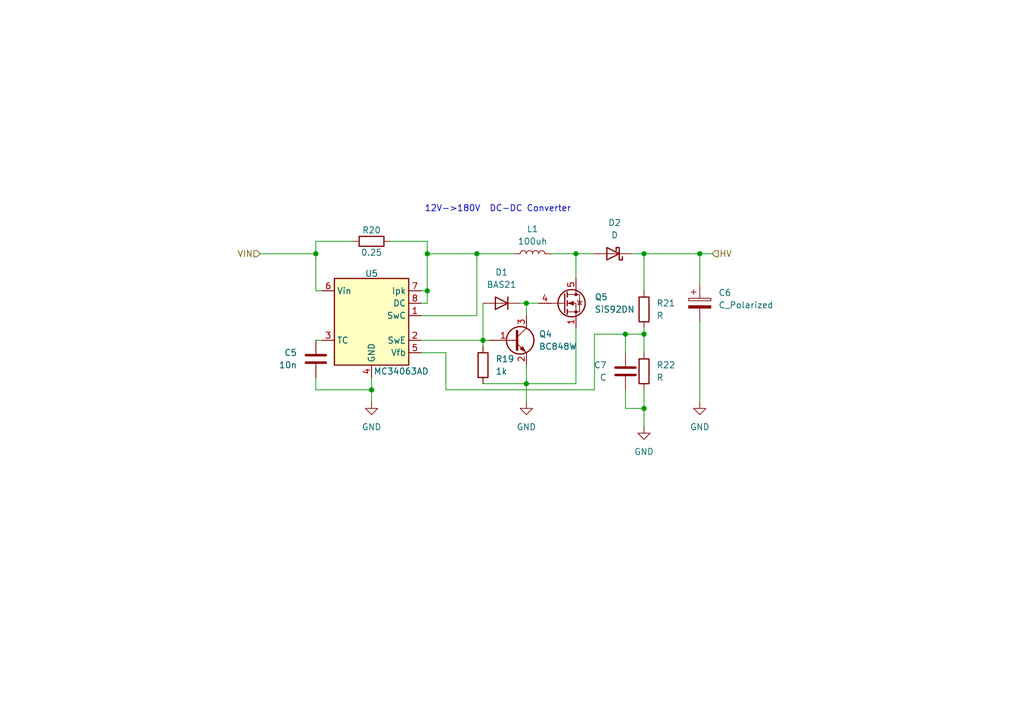
<source format=kicad_sch>
(kicad_sch (version 20250114) (generator "eeschema") (generator_version "9.0")
  (paper "A5")
  (title_block (title "HV Nixie Power Supply") (date "2025-01-12") (rev "1") (company "Foxhood Designs"))
  (lib_symbols
    (symbol "Device:C" (pin_numbers (hide yes)) (pin_names (offset 0.254))
      (property "Reference" "C" (at 0.635 2.54 0))
      (property "Value" "C" (at 0.635 -2.54 0))
      (symbol "C_0_1"
        (polyline (pts (xy -2.032 0.762) (xy 2.032 0.762)) (stroke (width 0.508)))
        (polyline (pts (xy -2.032 -0.762) (xy 2.032 -0.762)) (stroke (width 0.508)))
      )
      (symbol "C_1_1"
        (pin passive line (at 0 3.81 270) (length 2.794) (name "~") (number "1"))
        (pin passive line (at 0 -3.81 90) (length 2.794) (name "~") (number "2"))
      )
    )
    (symbol "Device:C_Polarized" (pin_numbers (hide yes)) (pin_names (offset 0.254))
      (property "Reference" "C" (at 0.635 2.54 0))
      (property "Value" "C_Polarized" (at 0.635 -2.54 0))
      (symbol "C_Polarized_0_1"
        (rectangle (start -2.286 0.508) (end 2.286 1.016))
        (polyline (pts (xy -1.778 2.286) (xy -0.762 2.286)))
        (polyline (pts (xy -1.27 2.794) (xy -1.27 1.778)))
        (rectangle (start 2.286 -0.508) (end -2.286 -1.016) (fill (type outline)))
      )
      (symbol "C_Polarized_1_1"
        (pin passive line (at 0 3.81 270) (length 2.794) (name "~") (number "1"))
        (pin passive line (at 0 -3.81 90) (length 2.794) (name "~") (number "2"))
      )
    )
    (symbol "Device:L" (pin_numbers (hide yes)) (pin_names (offset 1.016) (hide yes))
      (property "Reference" "L" (at -1.27 0 90))
      (property "Value" "L" (at 1.905 0 90))
      (symbol "L_0_1"
        (arc (start 0 2.54) (mid 0.6323 1.905) (end 0 1.27))
        (arc (start 0 1.27) (mid 0.6323 0.635) (end 0 0))
        (arc (start 0 0) (mid 0.6323 -0.635) (end 0 -1.27))
        (arc (start 0 -1.27) (mid 0.6323 -1.905) (end 0 -2.54))
      )
      (symbol "L_1_1"
        (pin passive line (at 0 3.81 270) (length 1.27) (name "1") (number "1"))
        (pin passive line (at 0 -3.81 90) (length 1.27) (name "2") (number "2"))
      )
    )
    (symbol "Device:R" (pin_numbers (hide yes)) (pin_names (offset 0))
      (property "Reference" "R" (at 2.032 0 90))
      (property "Value" "R" (at 0 0 90))
      (symbol "R_0_1"
        (rectangle (start -1.016 -2.54) (end 1.016 2.54) (stroke (width 0.254)))
      )
      (symbol "R_1_1"
        (pin passive line (at 0 3.81 270) (length 1.27) (name "~") (number "1"))
        (pin passive line (at 0 -3.81 90) (length 1.27) (name "~") (number "2"))
      )
    )
    (symbol "Diode:BAS21" (pin_numbers (hide yes)) (pin_names (hide yes))
      (property "Reference" "D" (at 0 2.54 0))
      (property "Value" "BAS21" (at 0 -2.54 0))
      (symbol "BAS21_0_1"
        (polyline (pts (xy -1.27 1.27) (xy -1.27 -1.27)) (stroke (width 0.254)))
        (polyline (pts (xy 1.27 1.27) (xy 1.27 -1.27) (xy -1.27 0) (xy 1.27 1.27)) (stroke (width 0.254)))
        (polyline (pts (xy 1.27 0) (xy -1.27 0)))
      )
      (symbol "BAS21_1_1"
        (pin passive line (at -3.81 0 0) (length 2.54) (name "K") (number "3"))
        (pin no_connect line (at -1.27 0 0) (length 2.54) (hide yes) (name "NC") (number "2"))
        (pin passive line (at 3.81 0 180) (length 2.54) (name "A") (number "1"))
      )
    )
    (symbol "Diode:MBRA340" (pin_numbers (hide yes)) (pin_names (hide yes))
      (property "Reference" "D" (at 0 2.54 0))
      (property "Value" "MBRA340" (at 0 -2.54 0))
      (symbol "MBRA340_0_1"
        (polyline (pts (xy -1.905 0.635) (xy -1.905 1.27) (xy -1.27 1.27) (xy -1.27 -1.27) (xy -0.635 -1.27) (xy -0.635 -0.635)) (stroke (width 0.254)))
        (polyline (pts (xy 1.27 1.27) (xy 1.27 -1.27) (xy -1.27 0) (xy 1.27 1.27)) (stroke (width 0.254)))
        (polyline (pts (xy 1.27 0) (xy -1.27 0)))
      )
      (symbol "MBRA340_1_1"
        (pin passive line (at -3.81 0 0) (length 2.54) (name "K") (number "1"))
        (pin passive line (at 3.81 0 180) (length 2.54) (name "A") (number "2"))
      )
    )
    (symbol "Regulator_Switching:MC34063AD"
      (property "Reference" "U" (at -7.62 8.89 0))
      (property "Value" "MC34063AD" (at 0 8.89 0))
      (symbol "MC34063AD_0_1"
        (rectangle (start -7.62 7.62) (end 7.62 -10.16) (stroke (width 0.254)) (fill (type background)))
      )
      (symbol "MC34063AD_1_1"
        (pin power_in line (at -10.16 5.08 0) (length 2.54) (name "Vin") (number "6"))
        (pin passive line (at -10.16 -5.08 0) (length 2.54) (name "TC") (number "3"))
        (pin power_in line (at 0 -12.7 90) (length 2.54) (name "GND") (number "4"))
        (pin input line (at 10.16 5.08 180) (length 2.54) (name "Ipk") (number "7"))
        (pin open_collector line (at 10.16 2.54 180) (length 2.54) (name "DC") (number "8"))
        (pin open_collector line (at 10.16 0 180) (length 2.54) (name "SwC") (number "1"))
        (pin open_emitter line (at 10.16 -5.08 180) (length 2.54) (name "SwE") (number "2"))
        (pin input line (at 10.16 -7.62 180) (length 2.54) (name "Vfb") (number "5"))
      )
    )
    (symbol "Transistor_BJT:BC848W" (pin_names (offset 0) (hide yes))
      (property "Reference" "Q" (at 5.08 1.905 0))
      (property "Value" "BC848W" (at 5.08 0 0))
      (symbol "BC848W_0_1"
        (polyline (pts (xy 0.635 1.905) (xy 0.635 -1.905) (xy 0.635 -1.905)) (stroke (width 0.508)))
        (polyline (pts (xy 0.635 0.635) (xy 2.54 2.54)))
        (polyline (pts (xy 0.635 -0.635) (xy 2.54 -2.54) (xy 2.54 -2.54)))
        (circle (center 1.27 0) (radius 2.8194) (stroke (width 0.254)))
        (polyline (pts (xy 1.27 -1.778) (xy 1.778 -1.27) (xy 2.286 -2.286) (xy 1.27 -1.778) (xy 1.27 -1.778)) (fill (type outline)))
      )
      (symbol "BC848W_1_1"
        (pin input line (at -5.08 0 0) (length 5.715) (name "B") (number "1"))
        (pin passive line (at 2.54 5.08 270) (length 2.54) (name "C") (number "3"))
        (pin passive line (at 2.54 -5.08 90) (length 2.54) (name "E") (number "2"))
      )
    )
    (symbol "Transistor_FET:SiS454DN" (pin_names (hide yes))
      (property "Reference" "Q" (at 5.08 1.905 0))
      (property "Value" "SiS454DN" (at 5.08 0 0))
      (symbol "SiS454DN_0_1"
        (polyline (pts (xy 0.254 1.905) (xy 0.254 -1.905)) (stroke (width 0.254)))
        (polyline (pts (xy 0.254 0) (xy -2.54 0)))
        (polyline (pts (xy 0.762 2.286) (xy 0.762 1.27)) (stroke (width 0.254)))
        (polyline (pts (xy 0.762 0.508) (xy 0.762 -0.508)) (stroke (width 0.254)))
        (polyline (pts (xy 0.762 -1.27) (xy 0.762 -2.286)) (stroke (width 0.254)))
        (polyline (pts (xy 0.762 -1.778) (xy 3.302 -1.778) (xy 3.302 1.778) (xy 0.762 1.778)))
        (polyline (pts (xy 1.016 0) (xy 2.032 0.381) (xy 2.032 -0.381) (xy 1.016 0)) (fill (type outline)))
        (circle (center 1.651 0) (radius 2.794) (stroke (width 0.254)))
        (polyline (pts (xy 2.54 2.54) (xy 2.54 1.778)))
        (circle (center 2.54 1.778) (radius 0.254) (fill (type outline)))
        (circle (center 2.54 -1.778) (radius 0.254) (fill (type outline)))
        (polyline (pts (xy 2.54 -2.54) (xy 2.54 0) (xy 0.762 0)))
        (polyline (pts (xy 2.794 0.508) (xy 2.921 0.381) (xy 3.683 0.381) (xy 3.81 0.254)))
        (polyline (pts (xy 3.302 0.381) (xy 2.921 -0.254) (xy 3.683 -0.254) (xy 3.302 0.381)))
      )
      (symbol "SiS454DN_1_1"
        (pin input line (at -5.08 0 0) (length 2.54) (name "G") (number "4"))
        (pin passive line (at 2.54 5.08 270) (length 2.54) (name "D") (number "5"))
        (pin passive line (at 2.54 -5.08 90) (length 2.54) (name "S") (number "1"))
        (pin passive line (at 2.54 -5.08 90) (length 2.54) (hide yes) (name "S") (number "2"))
        (pin passive line (at 2.54 -5.08 90) (length 2.54) (hide yes) (name "S") (number "3"))
      )
    )
    (symbol "power:GND" (power) (pin_numbers (hide yes)) (pin_names (offset 0) (hide yes))
      (property "Value" "GND" (at 0 -3.81 0))
      (symbol "GND_0_1"
        (polyline (pts (xy 0 0) (xy 0 -1.27) (xy 1.27 -1.27) (xy 0 -2.54) (xy -1.27 -1.27) (xy 0 -1.27)))
      )
      (symbol "GND_1_1"
        (pin power_in line (at 0 0 270) (length 0) (name "~") (number "1"))
      )
    )
  )
  (text "12V->180V  DC-DC Converter" (at 102.108 42.926 0) (effects (font (size 1.27 1.27))))
  (junction (at 99.06 69.85))
  (junction (at 132.08 83.82))
  (junction (at 118.11 52.07))
  (junction (at 76.2 80.01))
  (junction (at 143.51 52.07))
  (junction (at 107.95 62.23))
  (junction (at 97.79 52.07))
  (junction (at 87.63 52.07))
  (junction (at 107.95 78.74))
  (junction (at 128.27 68.58))
  (junction (at 132.08 52.07))
  (junction (at 64.77 52.07))
  (junction (at 132.08 68.58))
  (junction (at 87.63 59.69))
  (wire (pts (xy 113.03 52.07) (xy 118.11 52.07)))
  (wire (pts (xy 91.44 72.39) (xy 91.44 80.01)))
  (wire (pts (xy 64.77 49.53) (xy 72.39 49.53)))
  (wire (pts (xy 87.63 59.69) (xy 87.63 52.07)))
  (wire (pts (xy 128.27 68.58) (xy 128.27 72.39)))
  (wire (pts (xy 143.51 52.07) (xy 146.05 52.07)))
  (wire (pts (xy 87.63 52.07) (xy 97.79 52.07)))
  (wire (pts (xy 64.77 77.47) (xy 64.77 80.01)))
  (wire (pts (xy 107.95 62.23) (xy 110.49 62.23)))
  (wire (pts (xy 132.08 52.07) (xy 132.08 59.69)))
  (wire (pts (xy 86.36 72.39) (xy 91.44 72.39)))
  (wire (pts (xy 128.27 68.58) (xy 132.08 68.58)))
  (wire (pts (xy 80.01 49.53) (xy 87.63 49.53)))
  (wire (pts (xy 132.08 68.58) (xy 132.08 72.39)))
  (wire (pts (xy 99.06 62.23) (xy 99.06 69.85)))
  (wire (pts (xy 86.36 59.69) (xy 87.63 59.69)))
  (wire (pts (xy 64.77 52.07) (xy 64.77 59.69)))
  (wire (pts (xy 99.06 78.74) (xy 107.95 78.74)))
  (wire (pts (xy 107.95 78.74) (xy 107.95 82.55)))
  (wire (pts (xy 132.08 68.58) (xy 132.08 67.31)))
  (wire (pts (xy 64.77 49.53) (xy 64.77 52.07)))
  (wire (pts (xy 99.06 71.12) (xy 99.06 69.85)))
  (wire (pts (xy 132.08 83.82) (xy 132.08 87.63)))
  (wire (pts (xy 97.79 52.07) (xy 105.41 52.07)))
  (wire (pts (xy 106.68 62.23) (xy 107.95 62.23)))
  (wire (pts (xy 143.51 66.04) (xy 143.51 82.55)))
  (wire (pts (xy 64.77 80.01) (xy 76.2 80.01)))
  (wire (pts (xy 107.95 78.74) (xy 107.95 74.93)))
  (wire (pts (xy 91.44 80.01) (xy 121.92 80.01)))
  (wire (pts (xy 87.63 59.69) (xy 87.63 62.23)))
  (wire (pts (xy 132.08 80.01) (xy 132.08 83.82)))
  (wire (pts (xy 128.27 83.82) (xy 132.08 83.82)))
  (wire (pts (xy 121.92 80.01) (xy 121.92 68.58)))
  (wire (pts (xy 143.51 58.42) (xy 143.51 52.07)))
  (wire (pts (xy 86.36 69.85) (xy 99.06 69.85)))
  (wire (pts (xy 97.79 64.77) (xy 97.79 52.07)))
  (wire (pts (xy 53.34 52.07) (xy 64.77 52.07)))
  (wire (pts (xy 118.11 67.31) (xy 118.11 78.74)))
  (wire (pts (xy 76.2 80.01) (xy 76.2 82.55)))
  (wire (pts (xy 76.2 77.47) (xy 76.2 80.01)))
  (wire (pts (xy 107.95 64.77) (xy 107.95 62.23)))
  (wire (pts (xy 118.11 78.74) (xy 107.95 78.74)))
  (wire (pts (xy 121.92 68.58) (xy 128.27 68.58)))
  (wire (pts (xy 64.77 69.85) (xy 66.04 69.85)))
  (wire (pts (xy 132.08 52.07) (xy 143.51 52.07)))
  (wire (pts (xy 99.06 69.85) (xy 100.33 69.85)))
  (wire (pts (xy 118.11 52.07) (xy 118.11 57.15)))
  (wire (pts (xy 86.36 64.77) (xy 97.79 64.77)))
  (wire (pts (xy 129.54 52.07) (xy 132.08 52.07)))
  (wire (pts (xy 87.63 49.53) (xy 87.63 52.07)))
  (wire (pts (xy 86.36 62.23) (xy 87.63 62.23)))
  (wire (pts (xy 118.11 52.07) (xy 121.92 52.07)))
  (wire (pts (xy 128.27 80.01) (xy 128.27 83.82)))
  (wire (pts (xy 64.77 59.69) (xy 66.04 59.69)))
  (hierarchical_label "HV" (shape input) (at 146.05 52.07 0))
  (hierarchical_label "VIN" (shape input) (at 53.34 52.07 180))
  (symbol (lib_id "power:GND") (at 143.51 82.55 0) (unit 1)
    (property "Reference" "#PWR013" (effects (hide yes)))
    (property "Value" "GND" (at 143.51 87.63 0))
    (property "Description" "Power symbol creates a global label with name \"GND\" , ground" (effects (hide yes)))
  )
  (symbol (lib_id "Device:R") (at 132.08 63.5 0) (unit 1)
    (property "Reference" "R21" (at 134.62 62.2299 0) (effects (justify left)))
    (property "Value" "R" (at 134.62 64.7699 0) (effects (justify left)))
    (property "Footprint" "Capacitor_SMD:C_0805_2012Metric_Pad1.18x1.45mm_HandSolder" (effects (hide yes)))
    (property "Description" "Resistor" (effects (hide yes)))
  )
  (symbol (lib_id "Device:C") (at 128.27 76.2 0) (mirror y) (unit 1)
    (property "Reference" "C7" (at 124.46 74.9299 0) (effects (justify left)))
    (property "Value" "C" (at 124.46 77.4699 0) (effects (justify left)))
    (property "Footprint" "Capacitor_SMD:C_0805_2012Metric" (effects (hide yes)))
    (property "Description" "Unpolarized capacitor" (effects (hide yes)))
  )
  (symbol (lib_id "Regulator_Switching:MC34063AD") (at 76.2 64.77 0) (unit 1)
    (property "Reference" "U5" (at 76.2 56.134 0))
    (property "Value" "MC34063AD" (at 82.296 76.2 0))
    (property "Footprint" "Package_SO:SOIC-8_3.9x4.9mm_P1.27mm" (effects (hide yes)))
    (property "Datasheet" "http://www.onsemi.com/pub_link/Collateral/MC34063A-D.PDF" (effects (hide yes)))
    (property "Description" "1.5A, step-up/down/inverting switching regulator, 3-40V Vin, 100kHz, SO-8" (effects (hide yes)))
  )
  (symbol (lib_id "Device:R") (at 76.2 49.53 90) (unit 1)
    (property "Reference" "R20" (at 76.2 47.244 90))
    (property "Value" "0.25" (at 76.2 51.816 90))
    (property "Footprint" "Resistor_SMD:R_2512_6332Metric_Pad1.40x3.35mm_HandSolder" (effects (hide yes)))
    (property "Description" "Resistor" (effects (hide yes)))
  )
  (symbol (lib_id "Diode:BAS21") (at 102.87 62.23 180) (unit 1)
    (property "Reference" "D1" (at 102.87 55.88 0))
    (property "Value" "BAS21" (at 102.87 58.42 0))
    (property "Footprint" "Package_TO_SOT_SMD:SOT-23" (effects (hide yes)))
    (property "Datasheet" "https://www.diodes.com/assets/Datasheets/Ds12004.pdf" (effects (hide yes)))
    (property "Description" "250V, 0.4A, High-speed Switching Diode, SOT-23" (effects (hide yes)))
  )
  (symbol (lib_id "Device:C") (at 64.77 73.66 0) (mirror y) (unit 1)
    (property "Reference" "C5" (at 60.96 72.3899 0) (effects (justify left)))
    (property "Value" "10n" (at 60.96 74.9299 0) (effects (justify left)))
    (property "Footprint" "Capacitor_SMD:C_0805_2012Metric" (effects (hide yes)))
    (property "Description" "Unpolarized capacitor" (effects (hide yes)))
  )
  (symbol (lib_id "Diode:MBRA340") (at 125.73 52.07 180) (unit 1)
    (property "Reference" "D2" (at 126.0475 45.72 0))
    (property "Value" "D" (at 126.0475 48.26 0))
    (property "Footprint" "Diode_SMD:D_SMA" (effects (hide yes)))
    (property "Datasheet" "https://www.onsemi.com/pub/Collateral/MBRA340T3-D.PDF" (effects (hide yes)))
    (property "Description" "40V 3A Schottky Barrier Rectifier Diode, SMA(DO-214AC)" (effects (hide yes)))
  )
  (symbol (lib_id "Device:L") (at 109.22 52.07 90) (unit 1)
    (property "Reference" "L1" (at 109.22 46.99 90))
    (property "Value" "100uh" (at 109.22 49.53 90))
    (property "Footprint" "Inductor_SMD:L_12x12mm_H8mm" (effects (hide yes)))
    (property "Description" "Inductor" (effects (hide yes)))
  )
  (symbol (lib_id "Transistor_BJT:BC848W") (at 105.41 69.85 0) (unit 1)
    (property "Reference" "Q4" (at 110.49 68.5799 0) (effects (justify left)))
    (property "Value" "BC848W" (at 110.49 71.1199 0) (effects (justify left)))
    (property "Footprint" "Package_TO_SOT_SMD:SOT-323_SC-70" (effects (hide yes)))
    (property "Datasheet" "http://www.infineon.com/dgdl/Infineon-BC847SERIES_BC848SERIES_BC849SERIES_BC850SERIES-DS-v01_01-en.pdf?fileId=db3a304314dca389011541d4630a1657" (effects (hide yes)))
    (property "Description" "0.1A Ic, 30V Vce, NPN Transistor, SOT-323" (effects (hide yes)))
  )
  (symbol (lib_id "Device:R") (at 132.08 76.2 0) (unit 1)
    (property "Reference" "R22" (at 134.62 74.9299 0) (effects (justify left)))
    (property "Value" "R" (at 134.62 77.4699 0) (effects (justify left)))
    (property "Footprint" "Capacitor_SMD:C_0805_2012Metric_Pad1.18x1.45mm_HandSolder" (effects (hide yes)))
    (property "Description" "Resistor" (effects (hide yes)))
  )
  (symbol (lib_id "power:GND") (at 132.08 87.63 0) (unit 1)
    (property "Reference" "#PWR016" (effects (hide yes)))
    (property "Value" "GND" (at 132.08 92.71 0))
    (property "Description" "Power symbol creates a global label with name \"GND\" , ground" (effects (hide yes)))
  )
  (symbol (lib_id "power:GND") (at 107.95 82.55 0) (unit 1)
    (property "Reference" "#PWR014" (effects (hide yes)))
    (property "Value" "GND" (at 107.95 87.63 0))
    (property "Description" "Power symbol creates a global label with name \"GND\" , ground" (effects (hide yes)))
  )
  (symbol (lib_id "power:GND") (at 76.2 82.55 0) (unit 1)
    (property "Reference" "#PWR015" (effects (hide yes)))
    (property "Value" "GND" (at 76.2 87.63 0))
    (property "Description" "Power symbol creates a global label with name \"GND\" , ground" (effects (hide yes)))
  )
  (symbol (lib_id "Device:C_Polarized") (at 143.51 62.23 0) (unit 1)
    (property "Reference" "C6" (at 147.32 60.0709 0) (effects (justify left)))
    (property "Value" "C_Polarized" (at 147.32 62.6109 0) (effects (justify left)))
    (property "Footprint" "Capacitor_SMD:CP_Elec_8x11.9" (effects (hide yes)))
    (property "Description" "Polarized capacitor" (effects (hide yes)))
  )
  (symbol (lib_id "Transistor_FET:SiS454DN") (at 115.57 62.23 0) (unit 1)
    (property "Reference" "Q5" (at 121.92 60.9599 0) (effects (justify left)))
    (property "Value" "SiS92DN" (at 121.92 63.4999 0) (effects (justify left)))
    (property "Footprint" "Package_SO:Vishay_PowerPAK_1212-8_Single" (effects (hide yes)))
    (property "Datasheet" "https://www.vishay.com/docs/66707/sis454dn.pdf" (effects (hide yes)))
    (property "Description" "35A Id, 20V Vds, N-Channel MOSFET, PowerPAK 1212-8 Single" (effects (hide yes)))
  )
  (symbol (lib_id "Device:R") (at 99.06 74.93 0) (unit 1)
    (property "Reference" "R19" (at 101.6 73.6599 0) (effects (justify left)))
    (property "Value" "1k" (at 101.6 76.1999 0) (effects (justify left)))
    (property "Footprint" "Capacitor_SMD:C_0805_2012Metric_Pad1.18x1.45mm_HandSolder" (effects (hide yes)))
    (property "Description" "Resistor" (effects (hide yes)))
  )
)
</source>
